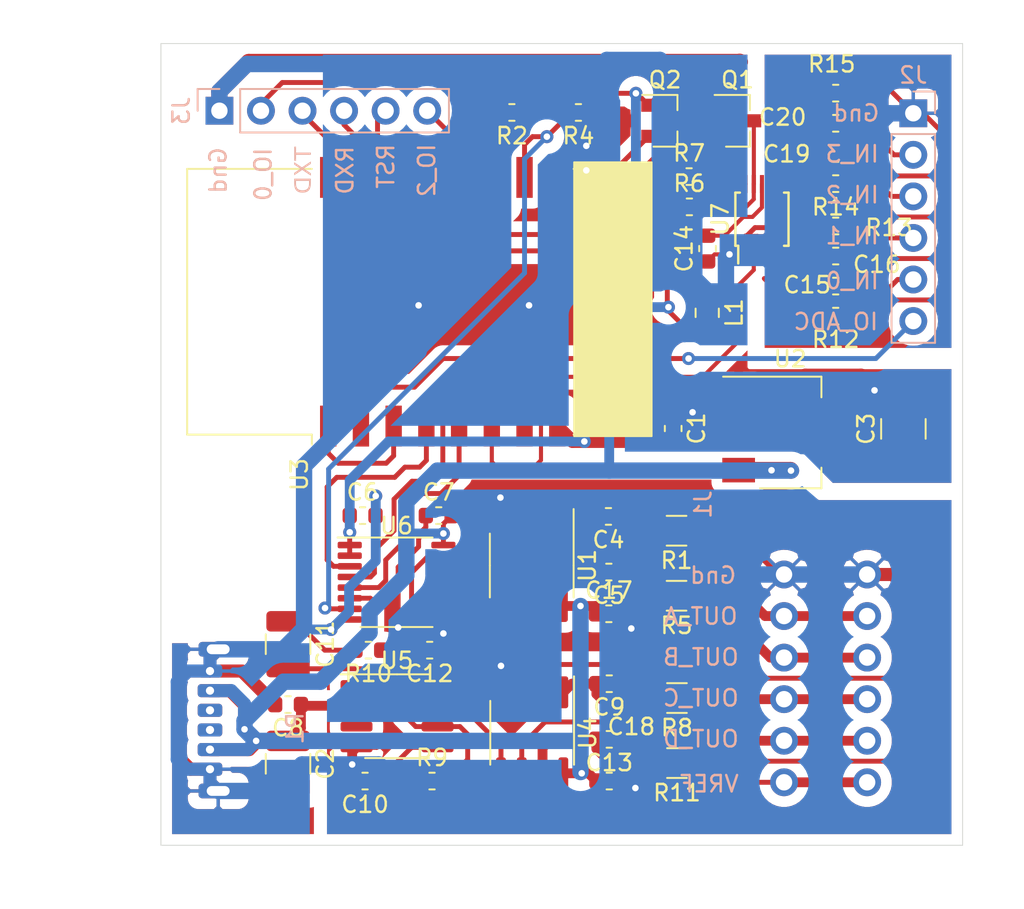
<source format=kicad_pcb>
(kicad_pcb (version 20221018) (generator pcbnew)
  (layers (0 "F.Cu" signal) (31 "B.Cu" signal) (34 "B.Paste" user) (35 "F.Paste" user) (36 "B.SilkS" user "B.Silkscreen") (37 "F.SilkS" user "F.Silkscreen") (38 "B.Mask" user) (39 "F.Mask" user) (44 "Edge.Cuts" user))
  (net 0 "")
  (net 1 "+3V3")
  (net 2 "GND")
  (net 3 "VCC")
  (net 4 "Net-(C4-Pad2)")
  (net 5 "/OUT_A")
  (net 6 "Net-(C5-Pad2)")
  (net 7 "Net-(C9-Pad2)")
  (net 8 "/OUT_C")
  (net 9 "Net-(C11-Pad1)")
  (net 10 "Net-(C14-Pad2)")
  (net 11 "/OUT_D")
  (net 12 "/ADC_0")
  (net 13 "/ADC_1")
  (net 14 "/ADC_2")
  (net 15 "/ADC_3")
  (net 16 "/OUT_B")
  (net 17 "/VREF")
  (net 18 "/IO_ADC")
  (net 19 "/IN_3")
  (net 20 "/IN_2")
  (net 21 "/IN_1")
  (net 22 "/IN_0")
  (net 23 "/RXD")
  (net 24 "/TXD")
  (net 25 "/IO_2")
  (net 26 "/IO_0")
  (net 27 "/SDA5")
  (net 28 "/SDA")
  (net 29 "/SCL5")
  (net 30 "/SCL")
  (net 31 "/LDAC")
  (net 32 "/DAC_B")
  (net 33 "/DAC_A")
  (net 34 "/MOSI")
  (net 35 "/RDY")
  (net 36 "/SCK")
  (net 37 "/FS")
  (net 38 "/DAC_D")
  (net 39 "/DAC_C")
  (net 40 "Net-(U5-Pad8)")
  (net 41 "Net-(U5-Pad7)")
  (net 42 "Net-(U5-Pad3)")
  (net 43 "Net-(U5-Pad1)")
  (net 44 "/RST")
  (net 45 "Net-(P1-PadB5)")
  (net 46 "Net-(P1-PadA5)")
  (net 47 "Net-(C10-Pad1)")
  (net 48 "Net-(C13-Pad2)")
  (net 49 "Net-(J1-Pad6)")
  (footprint "Capacitor_SMD:C_0603_1608Metric" (layer "F.Cu") (at 156.31 88.5275 -90)
    (fp_text reference "C1")
    (fp_text value "1u")
  )
  (footprint "Capacitor_SMD:C_0603_1608Metric" (layer "F.Cu") (at 158.41 77.53 90)
    (fp_text reference "C14")
    (fp_text value "1u")
  )
  (footprint "Capacitor_SMD:C_0603_1608Metric" (layer "F.Cu") (at 166.2425 71.716666)
    (fp_text reference "C19")
    (fp_text value "100p")
  )
  (footprint "Capacitor_SMD:C_0603_1608Metric" (layer "F.Cu") (at 166.2425 69.873333)
    (fp_text reference "C20")
    (fp_text value "100p")
  )
  (footprint "Package_TO_SOT_SMD:SOT-23" (layer "F.Cu") (at 160.24 69.72)
    (fp_text reference "Q1")
    (fp_text value "2SK3018")
  )
  (footprint "Package_TO_SOT_SMD:SOT-23" (layer "F.Cu") (at 155.81 69.72)
    (fp_text reference "Q2")
    (fp_text value "2SK3018")
  )
  (footprint "Resistor_SMD:R_0603_1608Metric" (layer "F.Cu") (at 146.45 69.21 180)
    (fp_text reference "R2")
    (fp_text value "10k")
  )
  (footprint "Resistor_SMD:R_0603_1608Metric" (layer "F.Cu") (at 150.5175 69.21 180)
    (fp_text reference "R4")
    (fp_text value "10k")
  )
  (footprint "Resistor_SMD:R_0603_1608Metric" (layer "F.Cu") (at 157.3 74.98)
    (fp_text reference "R6")
    (fp_text value "10k")
  )
  (footprint "Resistor_SMD:R_0603_1608Metric" (layer "F.Cu") (at 157.2825 73.13)
    (fp_text reference "R7")
    (fp_text value "10k")
  )
  (footprint "Resistor_SMD:R_0603_1608Metric" (layer "F.Cu") (at 166.2425 81.66 180)
    (fp_text reference "R12")
    (fp_text value "100")
  )
  (footprint "Resistor_SMD:R_0603_1608Metric" (layer "F.Cu") (at 166.2425 76.15 180)
    (fp_text reference "R13")
    (fp_text value "100")
  )
  (footprint "Resistor_SMD:R_0603_1608Metric" (layer "F.Cu") (at 166.2425 73.56 180)
    (fp_text reference "R14")
    (fp_text value "100")
  )
  (footprint "Resistor_SMD:R_0603_1608Metric" (layer "F.Cu") (at 166.2425 68.03 180)
    (fp_text reference "R15")
    (fp_text value "100")
  )
  (footprint "my:ESP-12E-NO-SD" (layer "F.Cu") (at 138.725 80.78 90)
    (fp_text reference "U3")
    (fp_text value "ESP-12E/F/S")
  )
  (footprint "Package_SO:TSSOP-10_3x3mm_P0.5mm" (layer "F.Cu") (at 161.735 75.735 90)
    (fp_text reference "U7")
    (fp_text value "ADS1115/SGM58031")
  )
  (footprint "Capacitor_SMD:C_0603_1608Metric" (layer "F.Cu") (at 166.2425 79.823332)
    (fp_text reference "C15")
    (fp_text value "100p")
  )
  (footprint "Inductor_SMD:L_0805_2012Metric" (layer "F.Cu") (at 158.39 81.4575 -90)
    (fp_text reference "L1")
    (fp_text value "33u")
  )
  (footprint "Resistor_SMD:R_0603_1608Metric" (layer "F.Cu") (at 141.57 110.075)
    (fp_text reference "R9")
    (fp_text value "100")
  )
  (footprint "Capacitor_SMD:C_0603_1608Metric" (layer "F.Cu") (at 132.77 105.4 180)
    (fp_text reference "C8")
    (fp_text value "1u")
  )
  (footprint "Capacitor_SMD:C_0603_1608Metric" (layer "F.Cu") (at 152.3775 97.3 180)
    (fp_text reference "C5")
    (fp_text value "22n")
  )
  (footprint "Capacitor_SMD:C_0603_1608Metric" (layer "F.Cu") (at 152.3525 93.9 180)
    (fp_text reference "C4")
    (fp_text value "22n")
  )
  (footprint "Capacitor_SMD:C_0603_1608Metric" (layer "F.Cu") (at 141.98 93.85)
    (fp_text reference "C7")
    (fp_text value "1u")
  )
  (footprint "Capacitor_SMD:C_0603_1608Metric" (layer "F.Cu") (at 152.4025 104.125 180)
    (fp_text reference "C9")
    (fp_text value "22n")
  )
  (footprint "Capacitor_SMD:C_0603_1608Metric" (layer "F.Cu") (at 152.4025 110.075)
    (fp_text reference "C18")
    (fp_text value "1u")
  )
  (footprint "Capacitor_SMD:C_0603_1608Metric" (layer "F.Cu") (at 152.4025 107.525 180)
    (fp_text reference "C13")
    (fp_text value "22n")
  )
  (footprint "Capacitor_SMD:C_0603_1608Metric" (layer "F.Cu") (at 152.3775 99.85)
    (fp_text reference "C17")
    (fp_text value "1u")
  )
  (footprint "Capacitor_SMD:C_0603_1608Metric" (layer "F.Cu") (at 141.4275 102.075 180)
    (fp_text reference "C12")
    (fp_text value "1u")
  )
  (footprint "Capacitor_SMD:C_0603_1608Metric" (layer "F.Cu") (at 137.4775 110.075 180)
    (fp_text reference "C10")
    (fp_text value "1u")
  )
  (footprint "Package_SO:SOIC-8_3.9x4.9mm_P1.27mm" (layer "F.Cu") (at 139.43 106.11)
    (fp_text reference "U5")
    (fp_text value "REF5025/5020")
  )
  (footprint "Resistor_SMD:R_0603_1608Metric" (layer "F.Cu") (at 137.6775 102.075 180)
    (fp_text reference "R10")
    (fp_text value "1")
  )
  (footprint "Resistor_SMD:R_1206_3216Metric" (layer "F.Cu") (at 156.54 108.975 180)
    (fp_text reference "R11")
    (fp_text value "20  1/4W")
  )
  (footprint "Resistor_SMD:R_1206_3216Metric" (layer "F.Cu") (at 156.515 94.775 180)
    (fp_text reference "R1")
    (fp_text value "20 1/4W")
  )
  (footprint "Resistor_SMD:R_1206_3216Metric" (layer "F.Cu") (at 156.515 98.75 180)
    (fp_text reference "R5")
    (fp_text value "20 1/4W")
  )
  (footprint "Resistor_SMD:R_1206_3216Metric" (layer "F.Cu") (at 156.54 105 180)
    (fp_text reference "R8")
    (fp_text value "20 1/4W")
  )
  (footprint "Package_SO:SOIC-8_3.9x4.9mm_P1.27mm" (layer "F.Cu") (at 147.69 107.125 -90)
    (fp_text reference "U4")
    (fp_text value "AD8532")
  )
  (footprint "Package_SO:TSSOP-16_4.4x5mm_P0.65mm" (layer "F.Cu") (at 139.4025 97.925)
    (fp_text reference "U6")
    (fp_text value "MS5614T")
  )
  (footprint "Package_SO:SOIC-8_3.9x4.9mm_P1.27mm" (layer "F.Cu") (at 147.665 96.9 -90)
    (fp_text reference "U1")
    (fp_text value "AD8532")
  )
  (footprint "Capacitor_SMD:C_1210_3225Metric" (layer "F.Cu") (at 132.77 109.02 -90)
    (fp_text reference "C2")
    (fp_text value "47u/6.3V")
  )
  (footprint "Capacitor_SMD:C_1210_3225Metric" (layer "F.Cu") (at 170.38 88.55 90)
    (fp_text reference "C3")
    (fp_text value "47u/6.3V")
  )
  (footprint "Capacitor_SMD:C_1210_3225Metric" (layer "F.Cu") (at 132.77 101.71 -90)
    (fp_text reference "C11")
    (fp_text value "47u/6.3V")
  )
  (footprint "Capacitor_SMD:C_0603_1608Metric" (layer "F.Cu") (at 137.3275 93.85)
    (fp_text reference "C6")
    (fp_text value "1u")
  )
  (footprint "Package_TO_SOT_SMD:SOT-223-3_TabPin2" (layer "F.Cu") (at 163.46 88.77)
    (fp_text reference "U2")
    (fp_text value "AMS1117-3.3")
  )
  (footprint "Capacitor_SMD:C_0603_1608Metric" (layer "F.Cu") (at 166.2425 77.986666)
    (fp_text reference "C16")
    (fp_text value "100p")
  )
  (footprint "my:KF141V-2.54-6P" (layer "B.Cu") (at 160.135 93.27 -90)
    (fp_text reference "J1")
    (fp_text value "Terminal_01x06")
  )
  (footprint "Connector_PinHeader_2.54mm:PinHeader_1x06_P2.54mm_Vertical" (layer "B.Cu") (at 170.985 69.26 180)
    (fp_text reference "J2")
    (fp_text value "Conn_01x06_Male")
  )
  (footprint "Connector_PinHeader_2.54mm:PinHeader_1x06_P2.54mm_Vertical" (layer "B.Cu") (at 128.575 69.105 -90)
    (fp_text reference "J3")
    (fp_text value "Conn_01x06_Male")
  )
  (footprint "my:USB_C_6PIN_VERTICAL" (layer "B.Cu") (at 130.3 106.35 90)
    (fp_text reference "P1")
    (fp_text value "USB_C_6PIN")
  )
  (gr_poly (pts (xy 150.25 72.25) (xy 155 72.25) (xy 155 89) (xy 150.25 89)) (stroke (width 0.1)) (fill solid) (layer "F.SilkS"))
  (gr_line (start 125 65) (end 174 65) (stroke (width 0.05)) (layer "Edge.Cuts"))
  (gr_line (start 174 114) (end 125 114) (stroke (width 0.05)) (layer "Edge.Cuts"))
  (gr_line (start 125 65) (end 125 114) (stroke (width 0.05)) (layer "Edge.Cuts"))
  (gr_line (start 174 65) (end 174 114) (stroke (width 0.05)) (layer "Edge.Cuts"))
  (gr_text "IN_2" (at 167.25 74.25) (layer "B.SilkS") (effects (font (size 1 1)) (justify mirror)))
  (gr_text "OUT_C" (at 158 105) (layer "B.SilkS") (effects (font (size 1 1)) (justify mirror)))
  (gr_text "IN_3" (at 167.25 71.75) (layer "B.SilkS") (effects (font (size 1 1)) (justify mirror)))
  (gr_text "Gnd" (at 158.75 97.5) (layer "B.SilkS") (effects (font (size 1 1)) (justify mirror)))
  (gr_text "IO_ADC" (at 166.25 82) (layer "B.SilkS") (effects (font (size 1 1)) (justify mirror)))
  (gr_text "OUT_D" (at 158 107.5) (layer "B.SilkS") (effects (font (size 1 1)) (justify mirror)))
  (gr_text "Gnd" (at 128.5 72.75 90) (layer "B.SilkS") (effects (font (size 1 1)) (justify mirror)))
  (gr_text "VREF" (at 158.5 110.25) (layer "B.SilkS") (effects (font (size 1 1)) (justify mirror)))
  (gr_text "TXD" (at 133.75 72.75 90) (layer "B.SilkS") (effects (font (size 1 1)) (justify mirror)))
  (gr_text "RXD" (at 136.25 72.75 90) (layer "B.SilkS") (effects (font (size 1 1)) (justify mirror)))
  (gr_text "IO_2" (at 141.25 72.75 90) (layer "B.SilkS") (effects (font (size 1 1)) (justify mirror)))
  (gr_text "Gnd" (at 167.5 69.25) (layer "B.SilkS") (effects (font (size 1 1)) (justify mirror)))
  (gr_text "IN_1" (at 167.25 76.75) (layer "B.SilkS") (effects (font (size 1 1)) (justify mirror)))
  (gr_text "IN_0" (at 167.25 79.5) (layer "B.SilkS") (effects (font (size 1 1)) (justify mirror)))
  (gr_text "OUT_B" (at 158 102.5) (layer "B.SilkS") (effects (font (size 1 1)) (justify mirror)))
  (gr_text "OUT_A" (at 158 100) (layer "B.SilkS") (effects (font (size 1 1)) (justify mirror)))
  (gr_text "IO_0" (at 131.25 73 90) (layer "B.SilkS") (effects (font (size 1 1)) (justify mirror)))
  (gr_text "RST" (at 138.75 72.5 90) (layer "B.SilkS") (effects (font (size 1 1)) (justify mirror)))
  (segment (start 136.54 94.87) (end 136.54 93.85) (width 0.3) (layer "F.Cu") (net 1))
  (segment (start 158.37 88.77) (end 160.31 88.77) (width 0.8) (layer "F.Cu") (net 1))
  (segment (start 154.03 68.04) (end 154.08 68.04) (width 0.3) (layer "F.Cu") (net 1))
  (segment (start 169.16 89.95) (end 170.38 89.95) (width 1) (layer "F.Cu") (net 1))
  (segment (start 147.2375 69.21) (end 147.2375 69.0925) (width 0.3) (layer "F.Cu") (net 1))
  (segment (start 155.27 68.31) (end 154.81 68.77) (width 0.3) (layer "F.Cu") (net 1))
  (segment (start 158.3 68.77) (end 157.84 68.31) (width 0.3) (layer "F.Cu") (net 1))
  (segment (start 159.24 68.77) (end 158.3 68.77) (width 0.3) (layer "F.Cu") (net 1))
  (segment (start 157.84 68.31) (end 155.27 68.31) (width 0.3) (layer "F.Cu") (net 1))
  (segment (start 167.98 88.77) (end 169.16 89.95) (width 1) (layer "F.Cu") (net 1))
  (segment (start 148.29 68.04) (end 154.03 68.04) (width 0.3) (layer "F.Cu") (net 1))
  (segment (start 154.08 68.04) (end 154.81 68.77) (width 0.3) (layer "F.Cu") (net 1))
  (segment (start 150.16 89.315) (end 149.225 88.38) (width 0.8) (layer "F.Cu") (net 1))
  (segment (start 157.765 89.315) (end 158.31 88.77) (width 0.8) (layer "F.Cu") (net 1))
  (segment (start 158.31 88.77) (end 158.37 88.77) (width 0.8) (layer "F.Cu") (net 1))
  (segment (start 156.31 89.315) (end 150.16 89.315) (width 0.8) (layer "F.Cu") (net 1))
  (segment (start 156.31 89.315) (end 157.765 89.315) (width 0.8) (layer "F.Cu") (net 1))
  (segment (start 166.61 88.77) (end 167.98 88.77) (width 1) (layer "F.Cu") (net 1))
  (segment (start 160.31 88.77) (end 166.61 88.77) (width 1) (layer "F.Cu") (net 1))
  (segment (start 136.54 96.3) (end 136.54 94.87) (width 0.3) (layer "F.Cu") (net 1))
  (segment (start 147.2375 69.0925) (end 148.29 68.04) (width 0.3) (layer "F.Cu") (net 1))
  (via (at 154.03 68.04) (size 0.8) (drill 0.4) (layers "F.Cu" "B.Cu") (net 1))
  (via (at 136.54 94.87) (size 0.8) (drill 0.4) (layers "F.Cu" "B.Cu") (net 1))
  (via (at 150.88 89.32) (size 0.8) (drill 0.4) (layers "F.Cu" "B.Cu") (net 1))
  (segment (start 136.54 91.69) (end 136.54 94.87) (width 0.6) (layer "B.Cu") (net 1))
  (segment (start 154.03 78.47) (end 154.03 68.04) (width 0.6) (layer "B.Cu") (net 1))
  (segment (start 150.88 89.32) (end 150.88 81.62) (width 0.6) (layer "B.Cu") (net 1))
  (segment (start 150.88 89.32) (end 138.91 89.32) (width 0.6) (layer "B.Cu") (net 1))
  (segment (start 150.88 81.62) (end 154.03 78.47) (width 0.6) (layer "B.Cu") (net 1))
  (segment (start 138.91 89.32) (end 136.54 91.69) (width 0.6) (layer "B.Cu") (net 1))
  (segment (start 142.265 101.055) (end 142.265 102.025) (width 0.3) (layer "F.Cu") (net 2))
  (segment (start 159.535 77.885) (end 158.8425 77.885) (width 0.25) (layer "F.Cu") (net 2))
  (segment (start 157.495 87.535) (end 158.56 86.47) (width 0.8) (layer "F.Cu") (net 2))
  (segment (start 168.615 86.195) (end 169.57 87.15) (width 1) (layer "F.Cu") (net 2))
  (segment (start 151 72.75) (end 151 71.25) (width 1) (layer "F.Cu") (net 2))
  (segment (start 136.69 109.06) (end 136.69 108.28) (width 0.6) (layer "F.Cu") (net 2))
  (segment (start 145.785 103.035) (end 145.785 103.035) (width 0.6) (layer "F.Cu") (net 2))
  (segment (start 159 110.75) (end 160.889999 108.860001) (width 0.3) (layer "F.Cu") (net 2))
  (segment (start 136.69 111.47) (end 136.69 110.075) (width 0.8) (layer "F.Cu") (net 2))
  (segment (start 145.76 94.425) (end 145.76 92.76) (width 0.6) (layer "F.Cu") (net 2))
  (segment (start 150.57 73.18) (end 151 72.75) (width 1) (layer "F.Cu") (net 2))
  (segment (start 138.115 92.665) (end 138.13 92.65) (width 0.3) (layer "F.Cu") (net 2))
  (segment (start 153.165 99.85) (end 153.165 100.165) (width 0.6) (layer "F.Cu") (net 2))
  (segment (start 170.72 103.79) (end 161.38 103.79) (width 0.3) (layer "F.Cu") (net 2))
  (segment (start 139.5 97) (end 139.5 100.69) (width 0.3) (layer "F.Cu") (net 2))
  (segment (start 128.575 67.925) (end 130.37 66.13) (width 1) (layer "F.Cu") (net 2))
  (segment (start 128 103.35) (end 128 102.52) (width 0.8) (layer "F.Cu") (net 2))
  (segment (start 137.8 98.9) (end 138.03 99.13) (width 0.3) (layer "F.Cu") (net 2))
  (segment (start 170.72 111.3) (end 169.514319 112.505681) (width 0.8) (layer "F.Cu") (net 2))
  (segment (start 158.56 86.47) (end 160.31 86.47) (width 0.8) (layer "F.Cu") (net 2))
  (segment (start 158.6 92.65) (end 157.41 92.65) (width 0.3) (layer "F.Cu") (net 2))
  (segment (start 153.575 110.075) (end 154 110.5) (width 0.6) (layer "F.Cu") (net 2))
  (segment (start 128 103.35) (end 126.64 103.35) (width 0.8) (layer "F.Cu") (net 2))
  (segment (start 140.75 95) (end 140.75 95.75) (width 0.3) (layer "F.Cu") (net 2))
  (segment (start 169.176666 77.986666) (end 169.33 78.14) (width 0.3) (layer "F.Cu") (net 2))
  (segment (start 164.62 82.68) (end 164.44 82.5) (width 0.3) (layer "F.Cu") (net 2))
  (segment (start 170.72 103.79) (end 170.72 109.14) (width 0.8) (layer "F.Cu") (net 2))
  (segment (start 131.1 110.42) (end 130.84 110.68) (width 0.8) (layer "F.Cu") (net 2))
  (segment (start 128 103.35) (end 129.95 103.35) (width 0.8) (layer "F.Cu") (net 2))
  (segment (start 136.54 98.9) (end 137.8 98.9) (width 0.3) (layer "F.Cu") (net 2))
  (segment (start 172.71 80.78) (end 172.71 83.43) (width 0.3) (layer "F.Cu") (net 2))
  (segment (start 164.44 80.36) (end 163.83 79.75) (width 0.3) (layer "F.Cu") (net 2))
  (segment (start 164.11 67.556538) (end 164.846538 66.82) (width 0.3) (layer "F.Cu") (net 2))
  (segment (start 170.440001 108.860001) (end 170.72 109.14) (width 0.3) (layer "F.Cu") (net 2))
  (segment (start 160.889999 108.860001) (end 170.440001 108.860001) (width 0.3) (layer "F.Cu") (net 2))
  (segment (start 160.735 76.755) (end 161.465 76.755) (width 0.25) (layer "F.Cu") (net 2))
  (segment (start 136.54 100.2) (end 136.01 100.2) (width 0.3) (layer "F.Cu") (net 2))
  (segment (start 168.545 66.82) (end 170.985 69.26) (width 0.3) (layer "F.Cu") (net 2))
  (segment (start 142.265 102.025) (end 142.215 102.075) (width 0.3) (layer "F.Cu") (net 2))
  (segment (start 131.9825 105.3825) (end 131.9825 105.4) (width 0.8) (layer "F.Cu") (net 2))
  (segment (start 168.366666 71.716666) (end 169.74 73.09) (width 0.3) (layer "F.Cu") (net 2))
  (segment (start 163.28 86.47) (end 164.38 85.37) (width 1) (layer "F.Cu") (net 2))
  (segment (start 169.308848 75.6) (end 172.65 75.6) (width 0.3) (layer "F.Cu") (net 2))
  (segment (start 136.69 108.28) (end 136.955 108.015) (width 0.6) (layer "F.Cu") (net 2))
  (segment (start 159.33 101.74) (end 147.51 101.74) (width 0.3) (layer "F.Cu") (net 2))
  (segment (start 172.6 80.67) (end 169.83 80.67) (width 0.3) (layer "F.Cu") (net 2))
  (segment (start 130.37 66.13) (end 160.37 66.13) (width 1) (layer "F.Cu") (net 2))
  (segment (start 157.41 92.65) (end 156.93 92.17) (width 0.3) (layer "F.Cu") (net 2))
  (segment (start 126.79 109.35) (end 128 109.35) (width 0.8) (layer "F.Cu") (net 2))
  (segment (start 162.036099 71.786099) (end 163.16 70.662198) (width 0.3) (layer "F.Cu") (net 2))
  (segment (start 126.05 108.61) (end 126.79 109.35) (width 0.8) (layer "F.Cu") (net 2))
  (segment (start 168.508848 74.8) (end 169.308848 75.6) (width 0.3) (layer "F.Cu") (net 2))
  (segment (start 136.01 100.2) (end 135.4 100.81) (width 0.3) (layer "F.Cu") (net 2))
  (segment (start 164.44 82.5) (end 164.44 80.36) (width 0.3) (layer "F.Cu") (net 2))
  (segment (start 155.043046 110.75) (end 159 110.75) (width 0.3) (layer "F.Cu") (net 2))
  (segment (start 169.33 78.14) (end 172.71 78.14) (width 0.3) (layer "F.Cu") (net 2))
  (segment (start 156.31 87.74) (end 157.29 87.74) (width 0.8) (layer "F.Cu") (net 2))
  (segment (start 167.03 71.716666) (end 168.366666 71.716666) (width 0.3) (layer "F.Cu") (net 2))
  (segment (start 169.57 87.15) (end 170.38 87.15) (width 1) (layer "F.Cu") (net 2))
  (segment (start 160.37 66.13) (end 160.383409 66.116591) (width 1) (layer "F.Cu") (net 2))
  (segment (start 151.305 70.945) (end 151 71.25) (width 0.3) (layer "F.Cu") (net 2))
  (segment (start 161.31 76.25) (end 163.48 76.25) (width 0.3) (layer "F.Cu") (net 2))
  (segment (start 172.71 75.66) (end 172.71 78.14) (width 0.3) (layer "F.Cu") (net 2))
  (segment (start 138.96 107.25) (end 138.195 108.015) (width 0.3) (layer "F.Cu") (net 2))
  (segment (start 162.72 97.45) (end 159.65 94.38) (width 0.3) (layer "F.Cu") (net 2))
  (segment (start 158.8425 77.885) (end 158.41 78.3175) (width 0.25) (layer "F.Cu") (net 2))
  (segment (start 157.29 87.74) (end 157.495 87.535) (width 0.8) (layer "F.Cu") (net 2))
  (segment (start 137.77 100.2) (end 136.54 100.2) (width 0.3) (layer "F.Cu") (net 2))
  (segment (start 128 109.35) (end 128 110.18) (width 0.8) (layer "F.Cu") (net 2))
  (segment (start 169.74 73.09) (end 172.71 73.09) (width 0.3) (layer "F.Cu") (net 2))
  (segment (start 167.82 82.68) (end 164.62 82.68) (width 0.3) (layer "F.Cu") (net 2))
  (segment (start 130.84 110.68) (end 128.5 110.68) (width 0.8) (layer "F.Cu") (net 2))
  (segment (start 170.985 69.26) (end 171.59 69.26) (width 0.3) (layer "F.Cu") (net 2))
  (segment (start 140.75 81) (end 147.5 81) (width 1) (layer "F.Cu") (net 2))
  (segment (start 164.93 74.8) (end 168.508848 74.8) (width 0.3) (layer "F.Cu") (net 2))
  (segment (start 151 72.75) (end 151 72.75) (width 1) (layer "F.Cu") (net 2))
  (segment (start 163.085 97.45) (end 162.72 97.45) (width 0.3) (layer "F.Cu") (net 2))
  (segment (start 159.65 93.7) (end 158.6 92.65) (width 0.3) (layer "F.Cu") (net 2))
  (segment (start 138.03 99.13) (end 138.03 99.94) (width 0.3) (layer "F.Cu") (net 2))
  (segment (start 138.15 103.21) (end 138.96 104.02) (width 0.3) (layer "F.Cu") (net 2))
  (segment (start 147.51 101.74) (end 147.494948 101.755052) (width 0.3) (layer "F.Cu") (net 2))
  (segment (start 145.76 92.76) (end 145.75 92.75) (width 0.6) (layer "F.Cu") (net 2))
  (segment (start 170.49 108.91) (end 170.72 109.14) (width 0.3) (layer "F.Cu") (net 2))
  (segment (start 126.64 103.35) (end 126.05 103.94) (width 0.8) (layer "F.Cu") (net 2))
  (segment (start 161.38 103.79) (end 159.33 101.74) (width 0.3) (layer "F.Cu") (net 2))
  (segment (start 172.71 80.78) (end 172.6 80.67) (width 0.3) (layer "F.Cu") (net 2))
  (segment (start 164.11 69.24) (end 164.11 67.556538) (width 0.3) (layer "F.Cu") (net 2))
  (segment (start 168.165 97.45) (end 169.74 97.45) (width 0.8) (layer "F.Cu") (net 2))
  (segment (start 141.1925 93.85) (end 141.1925 94.5575) (width 0.3) (layer "F.Cu") (net 2))
  (segment (start 153.19 110.075) (end 153.575 110.075) (width 0.6) (layer "F.Cu") (net 2))
  (segment (start 160.735 77.885) (end 159.535 77.885) (width 0.25) (layer "F.Cu") (net 2))
  (segment (start 172.71 70.38) (end 172.71 75.66) (width 0.3) (layer "F.Cu") (net 2))
  (segment (start 162.27 79.75) (end 161.88 79.36) (width 0.3) (layer "F.Cu") (net 2))
  (segment (start 149.225 73.18) (end 150.57 73.18) (width 1) (layer "F.Cu") (net 2))
  (segment (start 128 110.18) (end 128.5 110.68) (width 0.8) (layer "F.Cu") (net 2))
  (segment (start 159.65 94.38) (end 159.65 93.7) (width 0.3) (layer "F.Cu") (net 2))
  (segment (start 138.03 99.94) (end 137.77 100.2) (width 0.3) (layer "F.Cu") (net 2))
  (segment (start 126.05 103.94) (end 126.05 108.61) (width 0.8) (layer "F.Cu") (net 2))
  (segment (start 138.96 104.02) (end 138.96 107.25) (width 0.3) (layer "F.Cu") (net 2))
  (segment (start 128 102.52) (end 128.5 102.02) (width 0.8) (layer "F.Cu") (net 2))
  (segment (start 160.735 77.885) (end 160.735 76.755) (width 0.25) (layer "F.Cu") (net 2))
  (segment (start 163.16 70.662198) (end 163.16 70.19) (width 0.3) (layer "F.Cu") (net 2))
  (segment (start 163.48 76.25) (end 164.93 74.8) (width 0.3) (layer "F.Cu") (net 2))
  (segment (start 167.03 69.873333) (end 167.03 71.716666) (width 0.3) (layer "F.Cu") (net 2))
  (segment (start 145.785 104.65) (end 145.785 103.035) (width 0.6) (layer "F.Cu") (net 2))
  (segment (start 151.305 69.21) (end 151.305 70.945) (width 0.3) (layer "F.Cu") (net 2))
  (segment (start 163.16 70.19) (end 164.11 69.24) (width 0.3) (layer "F.Cu") (net 2))
  (segment (start 128.575 69.105) (end 128.575 67.925) (width 1) (layer "F.Cu") (net 2))
  (segment (start 160.735 76.755) (end 160.805 76.755) (width 0.3) (layer "F.Cu") (net 2))
  (segment (start 132.77 103.21) (end 138.15 103.21) (width 0.3) (layer "F.Cu") (net 2))
  (segment (start 172.71 78.14) (end 172.71 80.78) (width 0.3) (layer "F.Cu") (net 2))
  (segment (start 172.65 75.6) (end 172.71 75.66) (width 0.3) (layer "F.Cu") (net 2))
  (segment (start 132.77 110.42) (end 131.1 110.42) (width 0.8) (layer "F.Cu") (net 2))
  (segment (start 161.465 76.755) (end 161.735 77.025) (width 0.25) (layer "F.Cu") (net 2))
  (segment (start 164.846538 66.82) (end 168.545 66.82) (width 0.3) (layer "F.Cu") (net 2))
  (segment (start 167.79 85.37) (end 168.615 86.195) (width 1) (layer "F.Cu") (net 2))
  (segment (start 156.93 92.17) (end 146.94 92.17) (width 0.3) (layer "F.Cu") (net 2))
  (segment (start 167.03 77.986666) (end 167.03 79.823332) (width 0.3) (layer "F.Cu") (net 2))
  (segment (start 141.1925 94.5575) (end 140.75 95) (width 0.3) (layer "F.Cu") (net 2))
  (segment (start 163.83 79.75) (end 162.27 79.75) (width 0.3) (layer "F.Cu") (net 2))
  (segment (start 138.195 108.015) (end 136.955 108.015) (width 0.3) (layer "F.Cu") (net 2))
  (segment (start 170.72 98.43) (end 170.72 103.79) (width 0.8) (layer "F.Cu") (net 2))
  (segment (start 169.83 80.67) (end 167.82 82.68) (width 0.3) (layer "F.Cu") (net 2))
  (segment (start 129.95 103.35) (end 131.9825 105.3825) (width 0.8) (layer "F.Cu") (net 2))
  (segment (start 170.72 109.14) (end 170.72 111.3) (width 0.8) (layer "F.Cu") (net 2))
  (segment (start 140.75 95.75) (end 139.5 97) (width 0.3) (layer "F.Cu") (net 2))
  (segment (start 167.03 77.986666) (end 169.176666 77.986666) (width 0.3) (layer "F.Cu") (net 2))
  (segment (start 169.74 97.45) (end 170.72 98.43) (width 0.8) (layer "F.Cu") (net 2))
  (segment (start 169.514319 112.505681) (end 137.725681 112.505681) (width 0.8) (layer "F.Cu") (net 2))
  (segment (start 138.115 93.85) (end 138.115 92.665) (width 0.3) (layer "F.Cu") (net 2))
  (segment (start 137.725681 112.505681) (end 136.69 111.47) (width 0.8) (layer "F.Cu") (net 2))
  (segment (start 163.085 97.45) (end 168.165 97.45) (width 0.6) (layer "F.Cu") (net 2))
  (segment (start 171.59 69.26) (end 172.71 70.38) (width 0.3) (layer "F.Cu") (net 2))
  (segment (start 136.69 110.075) (end 136.69 109.06) (width 0.6) (layer "F.Cu") (net 2))
  (segment (start 153.165 100.165) (end 153.75 100.75) (width 0.6) (layer "F.Cu") (net 2))
  (segment (start 160.805 76.755) (end 161.31 76.25) (width 0.3) (layer "F.Cu") (net 2))
  (segment (start 160.31 86.47) (end 163.28 86.47) (width 1) (layer "F.Cu") (net 2))
  (segment (start 164.38 85.37) (end 167.79 85.37) (width 1) (layer "F.Cu") (net 2))
  (segment (start 142.265 100.2) (end 142.265 101.055) (width 0.3) (layer "F.Cu") (net 2))
  (segment (start 161.735 77.025) (end 161.735 77.885) (width 0.25) (layer "F.Cu") (net 2))
  (via (at 140.75 81) (size 0.8) (drill 0.4) (layers "F.Cu" "B.Cu") (net 2))
  (via (at 154 110.5) (size 0.8) (drill 0.4) (layers "F.Cu" "B.Cu") (net 2))
  (via (at 151 72.75) (size 0.8) (drill 0.4) (layers "F.Cu" "B.Cu") (net 2))
  (via (at 145.75 92.75) (size 0.8) (drill 0.4) (layers "F.Cu" "B.Cu") (net 2))
  (via (at 151 71.25) (size 0.8) (drill 0.4) (layers "F.Cu" "B.Cu") (net 2))
  (via (at 136.69 109.06) (size 0.8) (drill 0.4) (layers "F.Cu" "B.Cu") (net 2))
  (via (at 153.75 100.75) (size 0.8) (drill 0.4) (layers "F.Cu" "B.Cu") (net 2))
  (via (at 147.5 81) (size 0.8) (drill 0.4) (layers "F.Cu" "B.Cu") (net 2))
  (via (at 159.75 77.885) (size 0.8) (drill 0.4) (layers "F.Cu" "B.Cu") (net 2))
  (via (at 139.5 100.69) (size 0.8) (drill 0.4) (layers "F.Cu" "B.Cu") (net 2))
  (via (at 142.265 101.055) (size 0.8) (drill 0.4) (layers "F.Cu" "B.Cu") (net 2))
  (via (at 145.785 103.035) (size 0.8) (drill 0.4) (layers "F.Cu" "B.Cu") (net 2))
  (via (at 157.495 87.535) (size 0.8) (drill 0.4) (layers "F.Cu" "B.Cu") (net 2))
  (via (at 138.13 92.65) (size 0.8) (drill 0.4) (layers "F.Cu" "B.Cu") (net 2))
  (via (at 135.4 100.81) (size 0.8) (drill 0.4) (layers "F.Cu" "B.Cu") (net 2))
  (via (at 168.615 86.195) (size 0.8) (drill 0.4) (layers "F.Cu" "B.Cu") (net 2))
  (segment (start 158.25 81.5) (end 158.25 80) (width 1) (layer "B.Cu") (net 2))
  (segment (start 145.765 101.055) (end 145.785 101.035) (width 1) (layer "B.Cu") (net 2))
  (segment (start 155 86.75) (end 155 84) (width 1) (layer "B.Cu") (net 2))
  (segment (start 140.75 83.81) (end 140.75 81) (width 1) (layer "B.Cu") (net 2))
  (segment (start 155 84) (end 156.25 82.75) (width 1) (layer "B.Cu") (net 2))
  (segment (start 156.885 77.885) (end 156.75 77.75) (width 1) (layer "B.Cu") (net 2))
  (segment (start 147.75 66.25) (end 151 69.5) (width 1) (layer "B.Cu") (net 2))
  (segment (start 137.25 112.5) (end 136.69 111.94) (width 1) (layer "B.Cu") (net 2))
  (segment (start 141.9 100.69) (end 142.265 101.055) (width 1) (layer "B.Cu") (net 2))
  (segment (start 151 69.5) (end 151 72.75) (width 1) (layer "B.Cu") (net 2))
  (segment (start 135.44 100.81) (end 135.4 100.81) (width 0.6) (layer "B.Cu") (net 2))
  (segment (start 136.5 99.71) (end 135.4 100.81) (width 0.6) (layer "B.Cu") (net 2))
  (segment (start 152.535 97.785) (end 153.75 99) (width 1) (layer "B.Cu") (net 2))
  (segment (start 132.48 102.02) (end 133.5 101) (width 1) (layer "B.Cu") (net 2))
  (segment (start 136.69 109.06) (end 133.62 109.06) (width 1) (layer "B.Cu") (net 2))
  (segment (start 166.705 77.885) (end 168.35 76.24) (width 1) (layer "B.Cu") (net 2))
  (segment (start 132 110.68) (end 128.5 110.68) (width 1) (layer "B.Cu") (net 2))
  (segment (start 155.5 66) (end 152.25 66) (width 1) (layer "B.Cu") (net 2))
  (segment (start 126 104) (end 126 108.75) (width 0.8) (layer "B.Cu") (net 2))
  (segment (start 128 103.35) (end 128 102.52) (width 0.8) (layer "B.Cu") (net 2))
  (segment (start 159.535 81.775) (end 159.535 78.1) (width 1) (layer "B.Cu") (net 2))
  (segment (start 156.75 67.25) (end 155.5 66) (width 1) (layer "B.Cu") (net 2))
  (segment (start 157.495 87.535) (end 167.275 87.535) (width 1) (layer "B.Cu") (net 2))
  (segment (start 126.65 103.35) (end 126 104) (width 0.8) (layer "B.Cu") (net 2))
  (segment (start 145.785 92.785) (end 145.75 92.75) (width 0.8) (layer "B.Cu") (net 2))
  (segment (start 151 72.75) (end 151 77.5) (width 1) (layer "B.Cu") (net 2))
  (segment (start 153.75 110.25) (end 154 110.5) (width 1) (layer "B.Cu") (net 2))
  (segment (start 153.75 99) (end 153.75 100.75) (width 1) (layer "B.Cu") (net 2))
  (segment (start 126 108.75) (end 126.6 109.35) (width 0.8) (layer "B.Cu") (net 2))
  (segment (start 135.4 100.81) (end 133.69 100.81) (width 0.6) (layer "B.Cu") (net 2))
  (segment (start 159.535 78.1) (end 159.75 77.885) (width 1) (layer "B.Cu") (net 2))
  (segment (start 168.35 70.46) (end 169.55 69.26) (width 1) (layer "B.Cu") (net 2))
  (segment (start 142.265 101.055) (end 145.765 101.055) (width 1) (layer "B.Cu") (net 2))
  (segment (start 136.69 109.06) (end 138.31 109.06) (width 1) (layer "B.Cu") (net 2))
  (segment (start 155.5 112.5) (end 137.25 112.5) (width 1) (layer "B.Cu") (net 2))
  (segment (start 140.5 111.25) (end 153.25 111.25) (width 1) (layer "B.Cu") (net 2))
  (segment (start 168.165 97.45) (end 163.085 97.45) (width 1) (layer "B.Cu") (net 2))
  (segment (start 163.085 97.45) (end 159.55 97.45) (width 1) (layer "B.Cu") (net 2))
  (segment (start 156.75 78.5) (end 156.75 77.75) (width 1) (layer "B.Cu") (net 2))
  (segment (start 128 102.52) (end 128.5 102.02) (width 0.8) (layer "B.Cu") (net 2))
  (segment (start 157.25 99.75) (end 157.25 110.75) (width 1) (layer "B.Cu") (net 2))
  (segment (start 159.75 77.885) (end 166.705 77.885) (width 1) (layer "B.Cu") (net 2))
  (segment (start 158.56 82.75) (end 159.535 81.775) (width 1) (layer "B.Cu") (net 2))
  (segment (start 133.75 90.81) (end 140.75 83.81) (width 1) (layer "B.Cu") (net 2))
  (segment (start 138.13 96.62) (end 136.5 98.25) (width 0.6) (layer "B.Cu") (net 2))
  (segment (start 158.25 80) (end 156.75 78.5) (width 1) (layer "B.Cu") (net 2))
  (segment (start 169.55 69.26) (end 170.985 69.26) (width 1) (layer "B.Cu") (net 2))
  (segment (start 153.25 111.25) (end 154 110.5) (width 1) (layer "B.Cu") (net 2))
  (segment (start 157.495 87.535) (end 155.785 87.535) (width 1) (layer "B.Cu") (net 2))
  (segment (start 168.35 76.24) (end 168.35 70.46) (width 1) (layer "B.Cu") (net 2))
  (segment (start 157.25 110.75) (end 155.5 112.5) (width 1) (layer "B.Cu") (net 2))
  (segment (start 133.5 101) (end 133.75 100.75) (width 1) (layer "B.Cu") (net 2))
  (segment (start 136.5 98.25) (end 136.5 99.71) (width 0.6) (layer "B.Cu") (net 2))
  (segment (start 155.785 87.535) (end 155 86.75) (width 1) (layer "B.Cu") (net 2))
  (segment (start 133.75 100.75) (end 133.75 90.81) (width 1) (layer "B.Cu") (net 2))
  (segment (start 167.275 87.535) (end 168.615 86.195) (width 1) (layer "B.Cu") (net 2))
  (segment (start 133.62 109.06) (end 132 110.68) (width 1) (layer "B.Cu") (net 2))
  (segment (start 130.25 66.25) (end 147.75 66.25) (width 1) (layer "B.Cu") (net 2))
  (segment (start 156.25 82.75) (end 157 82.75) (width 1) (layer "B.Cu") (net 2))
  (segment (start 145.785 97.785) (end 152.535 97.785) (width 1) (layer "B.Cu") (net 2))
  (segment (start 153.75 100.75) (end 153.75 110.25) (width 1) (layer "B.Cu") (net 2))
  (segment (start 128 109.35) (end 128 110.18) (width 0.8) (layer "B.Cu") (net 2))
  (segment (start 151 67.25) (end 151 71.25) (width 1) (layer "B.Cu") (net 2))
  (segment (start 128 103.35) (end 126.65 103.35) (width 0.8) (layer "B.Cu") (net 2))
  (segment (start 138.31 109.06) (end 140.5 111.25) (width 1) (layer "B.Cu") (net 2))
  (segment (start 152.25 66) (end 151 67.25) (width 1) (layer "B.Cu") (net 2))
  (segment (start 128 110.18) (end 128.5 110.68) (width 0.8) (layer "B.Cu") (net 2))
  (segment (start 138.13 92.65) (end 138.13 96.62) (width 0.6) (layer "B.Cu") (net 2))
  (segment (start 128.575 69.105) (end 128.575 67.925) (width 1) (layer "B.Cu") (net 2))
  (segment (start 128.575 67.925) (end 130.25 66.25) (width 1) (layer "B.Cu") (net 2))
  (segment (start 126.6 109.35) (end 128 109.35) (width 0.8) (layer "B.Cu") (net 2))
  (segment (start 159.55 97.45) (end 157.25 99.75) (width 1) (layer "B.Cu") (net 2))
  (segment (start 145.785 101.035) (end 145.785 97.785) (width 1) (layer "B.Cu") (net 2))
  (segment (start 145.785 103.035) (end 145.785 101.035) (width 1) (layer "B.Cu") (net 2))
  (segment (start 136.69 111.94) (end 136.69 109.06) (width 1) (layer "B.Cu") (net 2))
  (segment (start 139.5 100.69) (end 141.9 100.69) (width 1) (layer "B.Cu") (net 2))
  (segment (start 157 82.75) (end 158.25 81.5) (width 1) (layer "B.Cu") (net 2))
  (segment (start 151 77.5) (end 147.5 81) (width 1) (layer "B.Cu") (net 2))
  (segment (start 156.75 77.75) (end 156.75 67.25) (width 1) (layer "B.Cu") (net 2))
  (segment (start 133.69 100.81) (end 133.5 101) (width 0.6) (layer "B.Cu") (net 2))
  (segment (start 128.5 102.02) (end 132.48 102.02) (width 1) (layer "B.Cu") (net 2))
  (segment (start 145.785 97.785) (end 145.785 92.785) (width 1) (layer "B.Cu") (net 2))
  (segment (start 157 82.75) (end 158.56 82.75) (width 1) (layer "B.Cu") (net 2))
  (segment (start 151.565 99.375) (end 150.645 99.375) (width 0.6) (layer "F.Cu") (net 3))
  (segment (start 151.59 99.85) (end 151.59 99.4) (width 0.6) (layer "F.Cu") (net 3))
  (segment (start 151.59 99.4) (end 151.565 99.375) (width 0.6) (layer "F.Cu") (net 3))
  (segment (start 149.595 109.6) (end 150.72 109.6) (width 0.6) (layer "F.Cu") (net 3))
  (segment (start 151.14 109.6) (end 151.615 110.075) (width 0.6) (layer "F.Cu") (net 3))
  (segment (start 150.645 99.375) (end 149.57 99.375) (width 0.6) (layer "F.Cu") (net 3))
  (segment (start 150.72 109.6) (end 151.14 109.6) (width 0.6) (layer "F.Cu") (net 3))
  (segment (start 142.265 94.945) (end 142.265 94.3525) (width 0.3) (layer "F.Cu") (net 3))
  (segment (start 130.82 107.62) (end 130.82 107.62) (width 0.8) (layer "F.Cu") (net 3))
  (segment (start 130.11 106.91) (end 130.11 106.91) (width 0.8) (layer "F.Cu") (net 3))
  (segment (start 157.085 82.395) (end 158.39 82.395) (width 0.3) (layer "F.Cu") (net 3))
  (segment (start 130.39 108.15) (end 128 108.15) (width 0.8) (layer "F.Cu") (net 3))
  (segment (start 155.95 76.81) (end 155.95 81.26) (width 0.3) (layer "F.Cu") (net 3))
  (segment (start 133.5575 106.8325) (end 132.77 107.62) (width 0.6) (layer "F.Cu") (net 3))
  (segment (start 132.77 107.62) (end 130.92 107.62) (width 0.8) (layer "F.Cu") (net 3))
  (segment (start 156.495 74.9625) (end 156.5125 74.98) (width 0.3) (layer "F.Cu") (net 3))
  (segment (start 142.265 95.65) (end 142.265 94.945) (width 0.3) (layer "F.Cu") (net 3))
  (segment (start 157.085 82.395) (end 157.085 82.395) (width 0.3) (layer "F.Cu") (net 3))
  (segment (start 133.6325 105.475) (end 133.5575 105.4) (width 0.6) (layer "F.Cu") (net 3))
  (segment (start 129.24 104.55) (end 130.11 105.42) (width 0.8) (layer "F.Cu") (net 3))
  (segment (start 130.92 107.62) (end 130.39 108.15) (width 0.8) (layer "F.Cu") (net 3))
  (segment (start 163.48 91.07) (end 163.51 91.1) (width 1) (layer "F.Cu") (net 3))
  (segment (start 130.11 106.91) (end 130.82 107.62) (width 0.8) (layer "F.Cu") (net 3))
  (segment (start 133.5575 105.4) (end 133.5575 106.8325) (width 0.6) (layer "F.Cu") (net 3))
  (segment (start 156.5125 76.2475) (end 155.95 76.81) (width 0.3) (layer "F.Cu") (net 3))
  (segment (start 155.95 81.26) (end 157.085 82.395) (width 0.3) (layer "F.Cu") (net 3))
  (segment (start 130.11 105.42) (end 130.11 106.91) (width 0.8) (layer "F.Cu") (net 3))
  (segment (start 136.955 105.475) (end 133.6325 105.475) (width 0.6) (layer "F.Cu") (net 3))
  (segment (start 130.82 107.62) (end 132.77 107.62) (width 0.8) (layer "F.Cu") (net 3))
  (segment (start 160.31 91.07) (end 163.48 91.07) (width 1) (layer "F.Cu") (net 3))
  (segment (start 128 104.55) (end 129.24 104.55) (width 0.8) (layer "F.Cu") (net 3))
  (segment (start 142.265 94.3525) (end 142.7675 93.85) (width 0.3) (layer "F.Cu") (net 3))
  (segment (start 156.495 73.13) (end 156.495 74.9625) (width 0.3) (layer "F.Cu") (net 3))
  (segment (start 156.5125 74.98) (end 156.5125 76.2475) (width 0.3) (layer "F.Cu") (net 3))
  (via (at 163.51 91.1) (size 0.8) (drill 0.4) (layers "F.Cu" "B.Cu") (net 3))
  (via (at 142.265 94.945) (size 0.8) (drill 0.4) (layers "F.Cu" "B.Cu") (net 3))
  (via (at 162.32 91.08) (size 0.8) (drill 0.4) (layers "F.Cu" "B.Cu") (net 3))
  (via (at 150.645 99.375) (size 0.8) (drill 0.4) (layers "F.Cu" "B.Cu") (net 3))
  (via (at 130.11 106.91) (size 0.8) (drill 0.4) (layers "F.Cu" "B.Cu") (net 3))
  (via (at 150.72 109.6) (size 0.8) (drill 0.4) (layers "F.Cu" "B.Cu") (net 3))
  (via (at 156.02 81.11) (size 0.8) (drill 0.4) (layers "F.Cu" "B.Cu") (net 3))
  (via (at 130.82 107.62) (size 0.8) (drill 0.4) (layers "F.Cu" "B.Cu") (net 3))
  (segment (start 150.645 107.555) (end 150.645 109.525) (width 1) (layer "B.Cu") (net 3))
  (segment (start 130.11 106.39) (end 130.11 106.91) (width 1) (layer "B.Cu") (net 3))
  (segment (start 137.75 101) (end 134.75 104) (width 1) (layer "B.Cu") (net 3))
  (segment (start 130.11 106.91) (end 130.82 107.62) (width 1) (layer "B.Cu") (net 3))
  (segment (start 130.11 105.36) (end 130.11 106.91) (width 0.8) (layer "B.Cu") (net 3))
  (segment (start 130.11 106.91) (end 130.11 106.71) (width 0.6) (layer "B.Cu") (net 3))
  (segment (start 140 93) (end 140 94.75) (width 1) (layer "B.Cu") (net 3))
  (segment (start 150.645 99.375) (end 150.645 107.555) (width 1) (layer "B.Cu") (net 3))
  (segment (start 128 104.55) (end 129.3 104.55) (width 0.8) (layer "B.Cu") (net 3))
  (segment (start 152.4 91.1) (end 141.9 91.1) (width 1) (layer "B.Cu") (net 3))
  (segment (start 140 94.75) (end 140 97.5) (width 1) (layer "B.Cu") (net 3))
  (segment (start 142.265 94.945) (end 140.195 94.945) (width 0.6) (layer "B.Cu") (net 3))
  (segment (start 129.3 104.55) (end 130.11 105.36) (width 0.8) (layer "B.Cu") (net 3))
  (segment (start 137.75 99.75) (end 137.75 101) (width 1) (layer "B.Cu") (net 3))
  (segment (start 152.4 81.85) (end 152.4 91.1) (width 0.6) (layer "B.Cu") (net 3))
  (segment (start 140.195 94.945) (end 140 94.75) (width 0.6) (layer "B.Cu") (net 3))
  (segment (start 141.9 91.1) (end 140 93) (width 1) (layer "B.Cu") (net 3))
  (segment (start 150.645 109.525) (end 150.72 109.6) (width 0.6) (layer "B.Cu") (net 3))
  (segment (start 130.82 107.62) (end 150.58 107.62) (width 1) (layer "B.Cu") (net 3))
  (segment (start 156.02 81.11) (end 153.14 81.11) (width 0.6) (layer "B.Cu") (net 3))
  (segment (start 134.75 104) (end 132.5 104) (width 1) (layer "B.Cu") (net 3))
  (segment (start 130.29 108.15) (end 130.82 107.62) (width 0.8) (layer "B.Cu") (net 3))
  (segment (start 128 108.15) (end 130.29 108.15) (width 0.8) (layer "B.Cu") (net 3))
  (segment (start 150.58 107.62) (end 150.645 107.555) (width 0.6) (layer "B.Cu") (net 3))
  (segment (start 140 97.5) (end 137.75 99.75) (width 1) (layer "B.Cu") (net 3))
  (segment (start 132.5 104) (end 130.11 106.39) (width 1) (layer "B.Cu") (net 3))
  (segment (start 153.14 81.11) (end 152.4 81.85) (width 0.6) (layer "B.Cu") (net 3))
  (segment (start 163.51 91.1) (end 152.4 91.1) (width 1) (layer "B.Cu") (net 3))
  (segment (start 149.57 94.425) (end 149.57 94.555) (width 0.5) (layer "F.Cu") (net 4))
  (segment (start 149.57 94.425) (end 149.59 94.425) (width 0.5) (layer "F.Cu") (net 4))
  (segment (start 151.565 93.9) (end 150.095 93.9) (width 0.6) (layer "F.Cu") (net 4))
  (segment (start 151.565 93.9) (end 151.565 94.65) (width 0.6) (layer "F.Cu") (net 4))
  (segment (start 151.565 94.65) (end 152.165 95.25) (width 0.6) (layer "F.Cu") (net 4))
  (segment (start 152.165 95.25) (end 154.64 95.25) (width 0.6) (layer "F.Cu") (net 4))
  (segment (start 150.095 93.9) (end 149.57 94.425) (width 0.6) (layer "F.Cu") (net 4))
  (segment (start 154.64 95.25) (end 155.115 94.775) (width 0.6) (layer "F.Cu") (net 4))
  (segment (start 156.16884 93.02884) (end 157.915 94.775) (width 0.6) (layer "F.Cu") (net 5))
  (segment (start 153.14 93.4) (end 152.615 92.875) (width 0.3) (layer "F.Cu") (net 5))
  (segment (start 153.14 93.9) (end 153.14 93.4) (width 0.3) (layer "F.Cu") (net 5))
  (segment (start 152.615 92.875) (end 148.692479 92.875) (width 0.3) (layer "F.Cu") (net 5))
  (segment (start 148.692479 92.875) (end 148.3 93.267479) (width 0.3) (layer "F.Cu") (net 5))
  (segment (start 148.3 93.267479) (end 148.3 94.425) (width 0.3) (layer "F.Cu") (net 5))
  (segment (start 153.14 93.9) (end 153.14 93.7) (width 0.6) (layer "F.Cu") (net 5))
  (segment (start 153.14 93.7) (end 153.81116 93.02884) (width 0.6) (layer "F.Cu") (net 5))
  (segment (start 153.81116 93.02884) (end 156.16884 93.02884) (width 0.6) (layer "F.Cu") (net 5))
  (segment (start 160.765 98.825) (end 161.93 99.99) (width 0.6) (layer "F.Cu") (net 5))
  (segment (start 163.085 99.99) (end 168.165 99.99) (width 0.6) (layer "F.Cu") (net 5))
  (segment (start 161.93 99.99) (end 163.085 99.99) (width 0.6) (layer "F.Cu") (net 5))
  (segment (start 157.915 94.775) (end 157.94 94.775) (width 0.6) (layer "F.Cu") (net 5))
  (segment (start 160.765 97.6) (end 160.765 98.825) (width 0.6) (layer "F.Cu") (net 5))
  (segment (start 157.94 94.775) (end 160.765 97.6) (width 0.6) (layer "F.Cu") (net 5))
  (segment (start 154.94 98.575) (end 152.865 98.575) (width 0.6) (layer "F.Cu") (net 6))
  (segment (start 155.115 98.75) (end 154.94 98.575) (width 0.6) (layer "F.Cu") (net 6))
  (segment (start 152.865 98.575) (end 151.59 97.3) (width 0.6) (layer "F.Cu") (net 6))
  (segment (start 149.19 97.3) (end 151.59 97.3) (width 0.6) (layer "F.Cu") (net 6))
  (segment (start 148.3 98.19) (end 149.19 97.3) (width 0.6) (layer "F.Cu") (net 6))
  (segment (start 148.3 99.375) (end 148.3 98.19) (width 0.6) (layer "F.Cu") (net 6))
  (segment (start 150.12 104.125) (end 149.595 104.65) (width 0.6) (layer "F.Cu") (net 7))
  (segment (start 151.615 104.125) (end 150.12 104.125) (width 0.6) (layer "F.Cu") (net 7))
  (segment (start 154.59 105.55) (end 155.14 105) (width 0.6) (layer "F.Cu") (net 7))
  (segment (start 151.615 104.75) (end 152.415 105.55) (width 0.6) (layer "F.Cu") (net 7))
  (segment (start 151.615 104.125) (end 151.615 104.75) (width 0.6) (layer "F.Cu") (net 7))
  (segment (start 152.415 105.55) (end 154.59 105.55) (width 0.6) (layer "F.Cu") (net 7))
  (segment (start 153.215 104.125) (end 153.915 103.425) (width 0.6) (layer "F.Cu") (net 8))
  (segment (start 153.19 104.125) (end 153.215 104.125) (width 0.6) (layer "F.Cu") (net 8))
  (segment (start 153.915 103.425) (end 156.365 103.425) (width 0.6) (layer "F.Cu") (net 8))
  (segment (start 156.365 103.425) (end 157.94 105) (width 0.6) (layer "F.Cu") (net 8))
  (segment (start 148.325 103.415) (end 148.325 104.65) (width 0.3) (layer "F.Cu") (net 8))
  (segment (start 152.265 102.95) (end 148.79 102.95) (width 0.3) (layer "F.Cu") (net 8))
  (segment (start 153.19 103.875) (end 152.265 102.95) (width 0.3) (layer "F.Cu") (net 8))
  (segment (start 153.19 104.125) (end 153.19 103.875) (width 0.3) (layer "F.Cu") (net 8))
  (segment (start 148.79 102.95) (end 148.325 103.415) (width 0.3) (layer "F.Cu") (net 8))
  (segment (start 159.94 105) (end 160.01 105.07) (width 0.6) (layer "F.Cu") (net 8))
  (segment (start 157.94 105) (end 159.94 105) (width 0.6) (layer "F.Cu") (net 8))
  (segment (start 160.01 105.07) (end 163.085 105.07) (width 0.6) (layer "F.Cu") (net 8))
  (segment (start 163.085 105.07) (end 168.165 105.07) (width 0.6) (layer "F.Cu") (net 8))
  (segment (start 133.35 100.41) (end 132.77 100.41) (width 0.3) (layer "F.Cu") (net 9))
  (segment (start 136.89 102.075) (end 135.015 102.075) (width 0.3) (layer "F.Cu") (net 9))
  (segment (start 135.015 102.075) (end 133.35 100.41) (width 0.3) (layer "F.Cu") (net 9))
  (segment (start 161.735 75.015) (end 161.154511 75.595489) (width 0.25) (layer "F.Cu") (net 10))
  (segment (start 157.02 79.15) (end 158.39 80.52) (width 0.3) (layer "F.Cu") (net 10))
  (segment (start 161.154511 75.595489) (end 160.594511 75.595489) (width 0.25) (layer "F.Cu") (net 10))
  (segment (start 161.735 73.585) (end 161.735 75.015) (width 0.25) (layer "F.Cu") (net 10))
  (segment (start 159.4475 76.7425) (end 158.41 76.7425) (width 0.25) (layer "F.Cu") (net 10))
  (segment (start 157.02 77.63) (end 157.02 79.15) (width 0.3) (layer "F.Cu") (net 10))
  (segment (start 160.594511 75.595489) (end 159.4475 76.7425) (width 0.25) (layer "F.Cu") (net 10))
  (segment (start 158.41 76.7425) (end 157.9075 76.7425) (width 0.3) (layer "F.Cu") (net 10))
  (segment (start 157.9075 76.7425) (end 157.02 77.63) (width 0.3) (layer "F.Cu") (net 10))
  (segment (start 156.715 107.1) (end 153.615 107.1) (width 0.6) (layer "F.Cu") (net 11))
  (segment (start 153.615 107.1) (end 153.19 107.525) (width 0.6) (layer "F.Cu") (net 11))
  (segment (start 157.94 108.325) (end 156.715 107.1) (width 0.6) (layer "F.Cu") (net 11))
  (segment (start 157.94 108.975) (end 157.94 108.325) (width 0.6) (layer "F.Cu") (net 11))
  (segment (start 153.19 107.275) (end 153.19 107.525) (width 0.3) (layer "F.Cu") (net 11))
  (segment (start 147.055 109.6) (end 147.055 107.885) (width 0.3) (layer "F.Cu") (net 11))
  (segment (start 147.055 107.885) (end 148.477602 106.462398) (width 0.3) (layer "F.Cu") (net 11))
  (segment (start 152.377398 106.462398) (end 153.19 107.275) (width 0.3) (layer "F.Cu") (net 11))
  (segment (start 148.477602 106.462398) (end 152.377398 106.462398) (width 0.3) (layer "F.Cu") (net 11))
  (segment (start 160.39 107.61) (end 163.085 107.61) (width 0.6) (layer "F.Cu") (net 11))
  (segment (start 159.025 108.975) (end 160.39 107.61) (width 0.6) (layer "F.Cu") (net 11))
  (segment (start 168.165 107.61) (end 163.085 107.61) (width 0.6) (layer "F.Cu") (net 11))
  (segment (start 157.94 108.975) (end 159.025 108.975) (width 0.6) (layer "F.Cu") (net 11))
  (segment (start 165.455 81.66) (end 165.455 79.823332) (width 0.3) (layer "F.Cu") (net 12))
  (segment (start 162.58 79.16) (end 164.7 79.16) (width 0.25) (layer "F.Cu") (net 12))
  (segment (start 162.235 77.885) (end 162.235 78.815) (width 0.25) (layer "F.Cu") (net 12))
  (segment (start 162.235 78.815) (end 162.58 79.16) (width 0.25) (layer "F.Cu") (net 12))
  (segment (start 165.363332 79.823332) (end 165.455 79.823332) (width 0.25) (layer "F.Cu") (net 12))
  (segment (start 164.7 79.16) (end 165.363332 79.823332) (width 0.25) (layer "F.Cu") (net 12))
  (segment (start 165.353334 77.885) (end 165.455 77.986666) (width 0.25) (layer "F.Cu") (net 13))
  (segment (start 165.455 77.986666) (end 165.455 76.15) (width 0.3) (layer "F.Cu") (net 13))
  (segment (start 162.735 77.885) (end 165.353334 77.885) (width 0.25) (layer "F.Cu") (net 13))
  (segment (start 165.455 71.716666) (end 165.455 73.56) (width 0.3) (layer "F.Cu") (net 14))
  (segment (start 163.065 73.585) (end 162.735 73.585) (width 0.25) (layer "F.Cu") (net 14))
  (segment (start 165.455 71.716666) (end 164.933334 71.716666) (width 0.25) (layer "F.Cu") (net 14))
  (segment (start 165.43 73.585) (end 165.455 73.56) (width 0.3) (layer "F.Cu") (net 14))
  (segment (start 164.933334 71.716666) (end 163.065 73.585) (width 0.25) (layer "F.Cu") (net 14))
  (segment (start 162.235 72.791483) (end 162.716483 72.31) (width 0.25) (layer "F.Cu") (net 15))
  (segment (start 164.02 70.65) (end 164.796667 69.873333) (width 0.25) (layer "F.Cu") (net 15))
  (segment (start 162.716483 72.31) (end 163.47 72.31) (width 0.25) (layer "F.Cu") (net 15))
  (segment (start 164.02 71.76) (end 164.02 70.65) (width 0.25) (layer "F.Cu") (net 15))
  (segment (start 163.47 72.31) (end 164.02 71.76) (width 0.25) (layer "F.Cu") (net 15))
  (segment (start 165.455 69.873333) (end 165.455 68.03) (width 0.3) (layer "F.Cu") (net 15))
  (segment (start 164.796667 69.873333) (end 165.455 69.873333) (width 0.25) (layer "F.Cu") (net 15))
  (segment (start 162.235 73.585) (end 162.235 72.791483) (width 0.25) (layer "F.Cu") (net 15))
  (segment (start 153.165 96.65) (end 152.735956 96.220956) (width 0.3) (layer "F.Cu") (net 16))
  (segment (start 153.165 97.1) (end 153.165 96.65) (width 0.3) (layer "F.Cu") (net 16))
  (segment (start 152.735956 96.220956) (end 148.944044 96.220956) (width 0.3) (layer "F.Cu") (net 16))
  (segment (start 147.03 98.135) (end 147.03 99.375) (width 0.3) (layer "F.Cu") (net 16))
  (segment (start 148.944044 96.220956) (end 147.03 98.135) (width 0.3) (layer "F.Cu") (net 16))
  (segment (start 157.915 98.075) (end 156.793418 96.953418) (width 0.6) (layer "F.Cu") (net 16))
  (segment (start 157.915 98.75) (end 157.915 98.075) (width 0.6) (layer "F.Cu") (net 16))
  (segment (start 153.311582 96.953418) (end 153.165 97.1) (width 0.6) (layer "F.Cu") (net 16))
  (segment (start 156.793418 96.953418) (end 153.311582 96.953418) (width 0.6) (layer "F.Cu") (net 16))
  (segment (start 163.085 102.53) (end 168.165 102.53) (width 0.6) (layer "F.Cu") (net 16))
  (segment (start 157.915 98.75) (end 158.465 98.75) (width 0.6) (layer "F.Cu") (net 16))
  (segment (start 158.465 98.75) (end 162.245 102.53) (width 0.6) (layer "F.Cu") (net 16))
  (segment (start 162.245 102.53) (end 163.085 102.53) (width 0.6) (layer "F.Cu") (net 16))
  (segment (start 138.465 102.03) (end 138.465 102.12) (width 0.3) (layer "F.Cu") (net 17))
  (segment (start 143.75 108.754122) (end 142.429122 110.075) (width 0.3) (layer "F.Cu") (net 17))
  (segment (start 143.75 107.22) (end 143.75 108.754122) (width 0.3) (layer "F.Cu") (net 17))
  (segment (start 140.32 97.34) (end 140.32 101.755) (width 0.3) (layer "F.Cu") (net 17))
  (segment (start 142.429122 110.075) (end 142.3575 110.075) (width 0.3) (layer "F.Cu") (net 17))
  (segment (start 141.905 106.745) (end 140.575 106.745) (width 0.3) (layer "F.Cu") (net 17))
  (segment (start 138.465 102.075) (end 140.64 102.075) (width 0.3) (layer "F.Cu") (net 17))
  (segment (start 142.265 96.3) (end 141.36 96.3) (width 0.3) (layer "F.Cu") (net 17))
  (segment (start 141.36 96.3) (end 140.32 97.34) (width 0.3) (layer "F.Cu") (net 17))
  (segment (start 138.515 102.05) (end 138.465 102.1) (width 0.3) (layer "F.Cu") (net 17))
  (segment (start 140.93 101.785) (end 140.64 102.075) (width 0.3) (layer "F.Cu") (net 17))
  (segment (start 139.26 102.075) (end 138.465 102.075) (width 0.3) (layer "F.Cu") (net 17))
  (segment (start 140.575 106.745) (end 139.906485 106.076485) (width 0.3) (layer "F.Cu") (net 17))
  (segment (start 143.275 106.745) (end 143.75 107.22) (width 0.3) (layer "F.Cu") (net 17))
  (segment (start 139.906485 103.516485) (end 138.465 102.075) (width 0.3) (layer "F.Cu") (net 17))
  (segment (start 139.906485 106.076485) (end 139.906485 103.516485) (width 0.3) (layer "F.Cu") (net 17))
  (segment (start 142.265 99.55) (end 141.3 99.55) (width 0.3) (layer "F.Cu") (net 17))
  (segment (start 141.3 99.55) (end 140.93 99.92) (width 0.3) (layer "F.Cu") (net 17))
  (segment (start 140.32 101.755) (end 140.64 102.075) (width 0.3) (layer "F.Cu") (net 17))
  (segment (start 141.905 106.745) (end 143.275 106.745) (width 0.3) (layer "F.Cu") (net 17))
  (segment (start 140.93 99.92) (end 140.93 101.785) (width 0.3) (layer "F.Cu") (net 17))
  (segment (start 137.225 88.38) (end 137.225 87.025) (width 0.3) (layer "F.Cu") (net 18))
  (segment (start 138.25 86) (end 140.5 86) (width 0.3) (layer "F.Cu") (net 18))
  (segment (start 170.39 81.96) (end 170.985 81.96) (width 0.3) (layer "F.Cu") (net 18))
  (segment (start 140.5 86) (end 142.25 84.25) (width 0.3) (layer "F.Cu") (net 18))
  (segment (start 137.225 87.025) (end 138.25 86) (width 0.3) (layer "F.Cu") (net 18))
  (segment (start 142.25 84.25) (end 157.25 84.25) (width 0.3) (layer "F.Cu") (net 18))
  (via (at 157.25 84.25) (size 0.8) (drill 0.4) (layers "F.Cu" "B.Cu") (net 18))
  (segment (start 168.695 84.25) (end 170.985 81.96) (width 0.3) (layer "B.Cu") (net 18))
  (segment (start 157.25 84.25) (end 168.695 84.25) (width 0.3) (layer "B.Cu") (net 18))
  (segment (start 168.49 69.02) (end 168.49 70.48) (width 0.3) (layer "F.Cu") (net 19))
  (segment (start 169.81 71.8) (end 170.985 71.8) (width 0.3) (layer "F.Cu") (net 19))
  (segment (start 167.5 68.03) (end 168.49 69.02) (width 0.3) (layer "F.Cu") (net 19))
  (segment (start 168.49 70.48) (end 169.81 71.8) (width 0.3) (layer "F.Cu") (net 19))
  (segment (start 167.03 68.03) (end 167.5 68.03) (width 0.3) (layer "F.Cu") (net 19))
  (segment (start 167.03 73.56) (end 168.87 73.56) (width 0.3) (layer "F.Cu") (net 20))
  (segment (start 168.87 73.56) (end 169.65 74.34) (width 0.3) (layer "F.Cu") (net 20))
  (segment (start 169.65 74.34) (end 170.985 74.34) (width 0.3) (layer "F.Cu") (net 20))
  (segment (start 168.26 76.15) (end 168.99 76.88) (width 0.3) (layer "F.Cu") (net 21))
  (segment (start 168.99 76.88) (end 170.985 76.88) (width 0.3) (layer "F.Cu") (net 21))
  (segment (start 167.03 76.15) (end 168.26 76.15) (width 0.3) (layer "F.Cu") (net 21))
  (segment (start 167.79 81.66) (end 170.03 79.42) (width 0.3) (layer "F.Cu") (net 22))
  (segment (start 167.03 81.66) (end 167.79 81.66) (width 0.3) (layer "F.Cu") (net 22))
  (segment (start 170.03 79.42) (end 170.985 79.42) (width 0.3) (layer "F.Cu") (net 22))
  (segment (start 137.225 73.18) (end 137.225 70.995) (width 0.3) (layer "F.Cu") (net 23))
  (segment (start 136.195 69.965) (end 136.195 69.105) (width 0.3) (layer "F.Cu") (net 23))
  (segment (start 137.225 70.995) (end 136.195 69.965) (width 0.3) (layer "F.Cu") (net 23))
  (segment (start 135.225 73.18) (end 135.225 70.855) (width 0.3) (layer "F.Cu") (net 24))
  (segment (start 135.225 70.855) (end 133.655 69.285) (width 0.3) (layer "F.Cu") (net 24))
  (segment (start 133.655 69.285) (end 133.655 69.105) (width 0.3) (layer "F.Cu") (net 24))
  (segment (start 145.225 71.535) (end 144.34 70.65) (width 0.3) (layer "F.Cu") (net 25))
  (segment (start 144.34 70.65) (end 142.82 70.65) (width 0.3) (layer "F.Cu") (net 25))
  (segment (start 142.82 70.65) (end 141.275 69.105) (width 0.3) (layer "F.Cu") (net 25))
  (segment (start 145.225 73.18) (end 145.225 71.535) (width 0.3) (layer "F.Cu") (net 25))
  (segment (start 146.20818 70.48818) (end 145.6625 69.9425) (width 0.3) (layer "F.Cu") (net 26))
  (segment (start 143.225 73.18) (end 143.225 74.985) (width 0.3) (layer "F.Cu") (net 26))
  (segment (start 143.8325 67.38) (end 145.6625 69.21) (width 0.3) (layer "F.Cu") (net 26))
  (segment (start 145.6625 69.9425) (end 145.6625 69.21) (width 0.3) (layer "F.Cu") (net 26))
  (segment (start 131.115 68.685) (end 132.42 67.38) (width 0.3) (layer "F.Cu") (net 26))
  (segment (start 143.7 75.46) (end 145.78 75.46) (width 0.3) (layer "F.Cu") (net 26))
  (segment (start 145.78 75.46) (end 146.20818 75.03182) (width 0.3) (layer "F.Cu") (net 26))
  (segment (start 143.225 74.985) (end 143.7 75.46) (width 0.3) (layer "F.Cu") (net 26))
  (segment (start 146.20818 75.03182) (end 146.20818 70.48818) (width 0.3) (layer "F.Cu") (net 26))
  (segment (start 131.115 69.105) (end 131.115 68.685) (width 0.3) (layer "F.Cu") (net 26))
  (segment (start 132.42 67.38) (end 143.8325 67.38) (width 0.3) (layer "F.Cu") (net 26))
  (segment (start 161.235 73.585) (end 161.235 74.515) (width 0.25) (layer "F.Cu") (net 27))
  (segment (start 159.05 74.98) (end 158.0875 74.98) (width 0.25) (layer "F.Cu") (net 27))
  (segment (start 161.24 69.72) (end 161.24 73.57999) (width 0.25) (layer "F.Cu") (net 27))
  (segment (start 161.235 74.515) (end 160.77 74.98) (width 0.25) (layer "F.Cu") (net 27))
  (segment (start 160.77 74.98) (end 159.05 74.98) (width 0.25) (layer "F.Cu") (net 27))
  (segment (start 141.34 77.67) (end 139.225 75.555) (width 0.3) (layer "F.Cu") (net 28))
  (segment (start 139.225 75.555) (end 139.225 73.18) (width 0.3) (layer "F.Cu") (net 28))
  (segment (start 158.18 70.67) (end 156.86 71.99) (width 0.3) (layer "F.Cu") (net 28))
  (segment (start 153.71 73.42) (end 153.71 77.02) (width 0.3) (layer "F.Cu") (net 28))
  (segment (start 153.06 77.67) (end 141.34 77.67) (width 0.3) (layer "F.Cu") (net 28))
  (segment (start 156.86 71.99) (end 155.14 71.99) (width 0.3) (layer "F.Cu") (net 28))
  (segment (start 155.14 71.99) (end 153.71 73.42) (width 0.3) (layer "F.Cu") (net 28))
  (segment (start 153.71 77.02) (end 153.06 77.67) (width 0.3) (layer "F.Cu") (net 28))
  (segment (start 159.24 70.67) (end 158.18 70.67) (width 0.3) (layer "F.Cu") (net 28))
  (segment (start 159.75 72.5) (end 158.7 72.5) (width 0.25) (layer "F.Cu") (net 29))
  (segment (start 160.735 73.585) (end 158.525 73.585) (width 0.25) (layer "F.Cu") (net 29))
  (segment (start 158.525 73.585) (end 158.07 73.13) (width 0.25) (layer "F.Cu") (net 29))
  (segment (start 160.06 69.72) (end 160.29 69.95) (width 0.25) (layer "F.Cu") (net 29))
  (segment (start 160.29 71.96) (end 159.75 72.5) (width 0.25) (layer "F.Cu") (net 29))
  (segment (start 160.29 69.95) (end 160.29 71.96) (width 0.25) (layer "F.Cu") (net 29))
  (segment (start 158.7 72.5) (end 158.07 73.13) (width 0.25) (layer "F.Cu") (net 29))
  (segment (start 156.81 69.72) (end 160.06 69.72) (width 0.25) (layer "F.Cu") (net 29))
  (segment (start 152.61 72.87) (end 152.61 76.28) (width 0.3) (layer "F.Cu") (net 30))
  (segment (start 154.81 70.67) (end 152.61 72.87) (width 0.3) (layer "F.Cu") (net 30))
  (segment (start 152.22 76.67) (end 142.21 76.67) (width 0.3) (layer "F.Cu") (net 30))
  (segment (start 152.61 76.28) (end 152.22 76.67) (width 0.3) (layer "F.Cu") (net 30))
  (segment (start 142.21 76.67) (end 141.225 75.685) (width 0.3) (layer "F.Cu") (net 30))
  (segment (start 141.225 75.685) (end 141.225 73.18) (width 0.3) (layer "F.Cu") (net 30))
  (segment (start 141.225 90.475) (end 140.81 90.89) (width 0.3) (layer "F.Cu") (net 31))
  (segment (start 140.81 90.89) (end 139.91 90.89) (width 0.3) (layer "F.Cu") (net 31))
  (segment (start 141.225 88.38) (end 141.225 90.475) (width 0.3) (layer "F.Cu") (net 31))
  (segment (start 135.749805 91.510195) (end 135.16 92.1) (width 0.3) (layer "F.Cu") (net 31))
  (segment (start 135.16 92.1) (end 135.16 96.56) (width 0.3) (layer "F.Cu") (net 31))
  (segment (start 135.55 96.95) (end 136.54 96.95) (width 0.3) (layer "F.Cu") (net 31))
  (segment (start 135.16 96.56) (end 135.55 96.95) (width 0.3) (layer "F.Cu") (net 31))
  (segment (start 139.91 90.89) (end 139.289805 91.510195) (width 0.3) (layer "F.Cu") (net 31))
  (segment (start 139.289805 91.510195) (end 135.749805 91.510195) (width 0.3) (layer "F.Cu") (net 31))
  (segment (start 145.76 97.91) (end 145.76 99.375) (width 0.3) (layer "F.Cu") (net 32))
  (segment (start 142.265 97.6) (end 145.45 97.6) (width 0.3) (layer "F.Cu") (net 32))
  (segment (start 145.45 97.6) (end 145.76 97.91) (width 0.3) (layer "F.Cu") (net 32))
  (segment (start 142.265 96.95) (end 146.51 96.95) (width 0.3) (layer "F.Cu") (net 33))
  (segment (start 147.03 96.43) (end 147.03 94.425) (width 0.3) (layer "F.Cu") (net 33))
  (segment (start 146.51 96.95) (end 147.03 96.43) (width 0.3) (layer "F.Cu") (net 33))
  (segment (start 137.81 97.6) (end 136.54 97.6) (width 0.3) (layer "F.Cu") (net 34))
  (segment (start 139.25 92.844752) (end 139.25 94.77) (width 0.3) (layer "F.Cu") (net 34))
  (segment (start 140.344752 91.75) (end 139.25 92.844752) (width 0.3) (layer "F.Cu") (net 34))
  (segment (start 141.66 91.75) (end 140.344752 91.75) (width 0.3) (layer "F.Cu") (net 34))
  (segment (start 139.25 94.77) (end 138.05 95.97) (width 0.3) (layer "F.Cu") (net 34))
  (segment (start 142.23 86.14) (end 142.23 91.18) (width 0.3) (layer "F.Cu") (net 34))
  (segment (start 142.88 85.49) (end 142.23 86.14) (width 0.3) (layer "F.Cu") (net 34))
  (segment (start 142.23 91.18) (end 141.66 91.75) (width 0.3) (layer "F.Cu") (net 34))
  (segment (start 138.05 97.36) (end 137.81 97.6) (width 0.3) (layer "F.Cu") (net 34))
  (segment (start 138.05 95.97) (end 138.05 97.36) (width 0.3) (layer "F.Cu") (net 34))
  (segment (start 147.225 88.38) (end 147.225 86.015) (width 0.3) (layer "F.Cu") (net 34))
  (segment (start 146.7 85.49) (end 142.88 85.49) (width 0.3) (layer "F.Cu") (net 34))
  (segment (start 147.225 86.015) (end 146.7 85.49) (width 0.3) (layer "F.Cu") (net 34))
  (segment (start 161.235 77.885) (end 161.235 78.835) (width 0.25) (layer "F.Cu") (net 35))
  (segment (start 160.29 79.78) (end 160.29 83.200102) (width 0.25) (layer "F.Cu") (net 35))
  (segment (start 145.44 90.78) (end 145.225 90.565) (width 0.25) (layer "F.Cu") (net 35))
  (segment (start 148.23 90.46) (end 147.91 90.78) (width 0.25) (layer "F.Cu") (net 35))
  (segment (start 148.23 86.02) (end 148.23 90.46) (width 0.25) (layer "F.Cu") (net 35))
  (segment (start 158.120102 85.37) (end 148.88 85.37) (width 0.25) (layer "F.Cu") (net 35))
  (segment (start 147.91 90.78) (end 145.44 90.78) (width 0.25) (layer "F.Cu") (net 35))
  (segment (start 161.235 78.835) (end 160.29 79.78) (width 0.25) (layer "F.Cu") (net 35))
  (segment (start 145.225 90.565) (end 145.225 88.38) (width 0.25) (layer "F.Cu") (net 35))
  (segment (start 160.29 83.200102) (end 158.120102 85.37) (width 0.25) (layer "F.Cu") (net 35))
  (segment (start 148.88 85.37) (end 148.23 86.02) (width 0.25) (layer "F.Cu") (net 35))
  (segment (start 138.74 96.56) (end 138.74 97.818944) (width 0.3) (layer "F.Cu") (net 36))
  (segment (start 138.308944 98.25) (end 136.54 98.25) (width 0.3) (layer "F.Cu") (net 36))
  (segment (start 143.225 88.38) (end 143.225 91.385) (width 0.3) (layer "F.Cu") (net 36))
  (segment (start 138.74 97.818944) (end 138.308944 98.25) (width 0.3) (layer "F.Cu") (net 36))
  (segment (start 143.225 91.385) (end 142.11 92.5) (width 0.3) (layer "F.Cu") (net 36))
  (segment (start 140.736207 92.5) (end 140.01 93.226207) (width 0.3) (layer "F.Cu") (net 36))
  (segment (start 140.01 93.226207) (end 140.01 95.29) (width 0.3) (layer "F.Cu") (net 36))
  (segment (start 140.01 95.29) (end 138.74 96.56) (width 0.3) (layer "F.Cu") (net 36))
  (segment (start 142.11 92.5) (end 140.736207 92.5) (width 0.3) (layer "F.Cu") (net 36))
  (segment (start 148.59 70.69) (end 147.71 70.69) (width 0.3) (layer "F.Cu") (net 37))
  (segment (start 148.6 70.69) (end 148.59 70.69) (width 0.3) (layer "F.Cu") (net 37))
  (segment (start 147.225 71.175) (end 147.225 73.18) (width 0.3) (layer "F.Cu") (net 37))
  (segment (start 149.73 69.21) (end 149.73 69.56) (width 0.3) (layer "F.Cu") (net 37))
  (segment (start 136.54 99.55) (end 135.08 99.55) (width 0.3) (layer "F.Cu") (net 37))
  (segment (start 147.71 70.69) (end 147.225 71.175) (width 0.3) (layer "F.Cu") (net 37))
  (segment (start 135.08 99.55) (end 135.03 99.5) (width 0.3) (layer "F.Cu") (net 37))
  (segment (start 149.73 69.56) (end 148.6 70.69) (width 0.3) (layer "F.Cu") (net 37))
  (via (at 148.59 70.69) (size 0.8) (drill 0.4) (layers "F.Cu" "B.Cu") (net 37))
  (via (at 135.03 99.5) (size 0.8) (drill 0.4) (layers "F.Cu" "B.Cu") (net 37))
  (segment (start 147.225 79.025) (end 135.25 91) (width 0.3) (layer "B.Cu") (net 37))
  (segment (start 135.25 99.28) (end 135.03 99.5) (width 0.3) (layer "B.Cu") (net 37))
  (segment (start 148.59 70.69) (end 147.225 72.055) (width 0.3) (layer "B.Cu") (net 37))
  (segment (start 135.25 91) (end 135.25 99.28) (width 0.3) (layer "B.Cu") (net 37))
  (segment (start 147.225 72.055) (end 147.225 79.025) (width 0.3) (layer "B.Cu") (net 37))
  (segment (start 143.83 105.93) (end 143.83 99.213512) (width 0.3) (layer "F.Cu") (net 38))
  (segment (start 143.83 99.213512) (end 143.516488 98.9) (width 0.3) (layer "F.Cu") (net 38))
  (segment (start 145.785 109.6) (end 145.785 107.885) (width 0.3) (layer "F.Cu") (net 38))
  (segment (start 143.516488 98.9) (end 142.265 98.9) (width 0.3) (layer "F.Cu") (net 38))
  (segment (start 145.785 107.885) (end 143.83 105.93) (width 0.3) (layer "F.Cu") (net 38))
  (segment (start 143.89 98.25) (end 144.54 98.9) (width 0.3) (layer "F.Cu") (net 39))
  (segment (start 144.83 101.75) (end 146.25 101.75) (width 0.3) (layer "F.Cu") (net 39))
  (segment (start 147.055 102.555) (end 147.055 104.65) (width 0.3) (layer "F.Cu") (net 39))
  (segment (start 144.54 101.46) (end 144.83 101.75) (width 0.3) (layer "F.Cu") (net 39))
  (segment (start 144.54 98.9) (end 144.54 101.46) (width 0.3) (layer "F.Cu") (net 39))
  (segment (start 142.265 98.25) (end 143.89 98.25) (width 0.3) (layer "F.Cu") (net 39))
  (segment (start 146.25 101.75) (end 147.055 102.555) (width 0.3) (layer "F.Cu") (net 39))
  (segment (start 135.84 90.65) (end 135.225 90.035) (width 0.3) (layer "F.Cu") (net 44))
  (segment (start 135.225 86.005) (end 138.24 82.99) (width 0.3) (layer "F.Cu") (net 44))
  (segment (start 138.77 90.65) (end 135.84 90.65) (width 0.3) (layer "F.Cu") (net 44))
  (segment (start 139.225 90.195) (end 138.77 90.65) (width 0.3) (layer "F.Cu") (net 44))
  (segment (start 135.225 90.035) (end 135.225 88.38) (width 0.3) (layer "F.Cu") (net 44))
  (segment (start 138.24 69.6) (end 138.735 69.105) (width 0.3) (layer "F.Cu") (net 44))
  (segment (start 135.225 88.38) (end 135.225 86.005) (width 0.3) (layer "F.Cu") (net 44))
  (segment (start 138.24 82.99) (end 138.24 69.6) (width 0.3) (layer "F.Cu") (net 44))
  (segment (start 139.225 88.38) (end 139.225 90.195) (width 0.3) (layer "F.Cu") (net 44))
  (segment (start 138.265 110.075) (end 140.325 108.015) (width 0.3) (layer "F.Cu") (net 47))
  (segment (start 140.325 108.015) (end 141.905 108.015) (width 0.3) (layer "F.Cu") (net 47))
  (segment (start 148.325 109.6) (end 148.325 108.04) (width 0.6) (layer "F.Cu") (net 48))
  (segment (start 148.84 107.525) (end 151.615 107.525) (width 0.6) (layer "F.Cu") (net 48))
  (segment (start 148.325 108.04) (end 148.84 107.525) (width 0.6) (layer "F.Cu") (net 48))
  (segment (start 152.292444 108.777444) (end 154.942444 108.777444) (width 0.6) (layer "F.Cu") (net 48))
  (segment (start 151.615 108.1) (end 152.292444 108.777444) (width 0.6) (layer "F.Cu") (net 48))
  (segment (start 154.942444 108.777444) (end 155.14 108.975) (width 0.6) (layer "F.Cu") (net 48))
  (segment (start 151.615 107.525) (end 151.615 108.1) (width 0.6) (layer "F.Cu") (net 48))
  (segment (start 163.085 110.15) (end 161.1 110.15) (width 0.3) (layer "F.Cu") (net 49))
  (segment (start 159.75 111.5) (end 141.36 111.5) (width 0.3) (layer "F.Cu") (net 49))
  (segment (start 161.1 110.15) (end 159.75 111.5) (width 0.3) (layer "F.Cu") (net 49))
  (segment (start 163.085 110.15) (end 168.165 110.15) (width 0.6) (layer "F.Cu") (net 49))
  (segment (start 141.36 111.5) (end 140.7825 110.9225) (width 0.3) (layer "F.Cu") (net 49))
  (segment (start 140.7825 110.9225) (end 140.7825 110.075) (width 0.3) (layer "F.Cu") (net 49))
  (zone (net 2) (net_name "GND") (layer "F.Cu") (connect_pads (clearance 0.508)) (min_thickness 0.3) (fill yes (thermal_gap 0.508) (thermal_bridge_width 0.508))
    (polygon (pts (xy 124.75 101.5) (xy 130.75 101.5) (xy 130.75 104.5) (xy 134.5 104.5) (xy 134.5 113.75) (xy 124.75 113.75)))
  )
  (zone (net 2) (net_name "GND") (layer "F.Cu") (connect_pads (clearance 0.508)) (min_thickness 0.3) (fill yes (thermal_gap 0.508) (thermal_bridge_width 0.508))
    (polygon (pts (xy 134.75 65) (xy 161 65) (xy 161 75.75) (xy 158.25 75.75) (xy 158.25 79.5) (xy 161 79.5) (xy 161 84.75) (xy 174 84.75) (xy 174 92) (xy 166 92) (xy 164.25 90.25) (xy 134.75 90.25)))
  )
  (zone (net 2) (net_name "GND") (layer "F.Cu") (connect_pads (clearance 0.508)) (min_thickness 0.3) (fill yes (thermal_gap 0.508) (thermal_bridge_width 0.508))
    (polygon (pts (xy 161.75 65.25) (xy 174 65.25) (xy 174 83.75) (xy 161.75 83.75) (xy 161.75 78.75) (xy 159.25 78.75) (xy 159.25 76.5) (xy 161.75 76.5) (xy 161.75 68.75)))
  )
  (zone (net 2) (net_name "GND") (layer "F.Cu") (connect_pads (clearance 0.508)) (min_thickness 0.3) (fill yes (thermal_gap 0.508) (thermal_bridge_width 0.508))
    (polygon (pts (xy 135 102.75) (xy 138.5 102.75) (xy 138.5 98.5) (xy 139.75 97.25) (xy 139.75 91.5) (xy 163.5 91.5) (xy 165.25 92.75) (xy 174 92.75) (xy 174 113.75) (xy 135 113.75)))
  )
  (zone (net 2) (net_name "GND") (layer "B.Cu") (connect_pads (clearance 0.508)) (min_thickness 0.3) (fill yes (thermal_gap 0.508) (thermal_bridge_width 0.508))
    (polygon (pts (xy 134.75 65) (xy 161 65) (xy 161 75.75) (xy 158.25 75.75) (xy 158.25 79.5) (xy 161 79.5) (xy 161 84.75) (xy 174 84.75) (xy 174 92) (xy 166 92) (xy 164.25 90.25) (xy 134.75 90.25)))
  )
  (zone (net 2) (net_name "GND") (layer "B.Cu") (connect_pads (clearance 0.508)) (min_thickness 0.3) (fill yes (thermal_gap 0.508) (thermal_bridge_width 0.508))
    (polygon (pts (xy 161.75 65) (xy 174 65) (xy 174 83.75) (xy 161.75 83.75) (xy 161.75 78.75) (xy 159 78.75) (xy 159 76.5) (xy 161.75 76.5) (xy 161.75 65.5)))
  )
  (zone (net 2) (net_name "GND") (layer "B.Cu") (connect_pads (clearance 0.508)) (min_thickness 0.3) (fill yes (thermal_gap 0.508) (thermal_bridge_width 0.508))
    (polygon (pts (xy 124.75 101.5) (xy 134.25 101.5) (xy 134.25 113.75) (xy 124.75 113.75)))
  )
  (zone (net 2) (net_name "GND") (layer "B.Cu") (connect_pads (clearance 0.508)) (min_thickness 0.3) (fill yes (thermal_gap 0.508) (thermal_bridge_width 0.508))
    (polygon (pts (xy 144 91.5) (xy 159.25 91.25) (xy 163.5 91.25) (xy 165.25 92.75) (xy 173.75 92.75) (xy 173.75 113.75) (xy 135 113.75) (xy 135 106) (xy 135 102.75) (xy 138.5 102.75) (xy 138.5 98.25) (xy 139.75 97.25) (xy 139.75 91.5)))
  )
)
</source>
